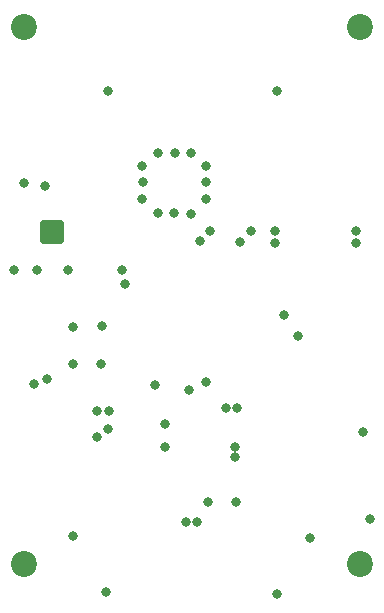
<source format=gbr>
%TF.GenerationSoftware,KiCad,Pcbnew,6.0.10-86aedd382b~118~ubuntu22.04.1*%
%TF.CreationDate,2023-02-07T20:32:30+01:00*%
%TF.ProjectId,mainBoard,6d61696e-426f-4617-9264-2e6b69636164,rev?*%
%TF.SameCoordinates,Original*%
%TF.FileFunction,Soldermask,Bot*%
%TF.FilePolarity,Negative*%
%FSLAX46Y46*%
G04 Gerber Fmt 4.6, Leading zero omitted, Abs format (unit mm)*
G04 Created by KiCad (PCBNEW 6.0.10-86aedd382b~118~ubuntu22.04.1) date 2023-02-07 20:32:30*
%MOMM*%
%LPD*%
G01*
G04 APERTURE LIST*
G04 Aperture macros list*
%AMRoundRect*
0 Rectangle with rounded corners*
0 $1 Rounding radius*
0 $2 $3 $4 $5 $6 $7 $8 $9 X,Y pos of 4 corners*
0 Add a 4 corners polygon primitive as box body*
4,1,4,$2,$3,$4,$5,$6,$7,$8,$9,$2,$3,0*
0 Add four circle primitives for the rounded corners*
1,1,$1+$1,$2,$3*
1,1,$1+$1,$4,$5*
1,1,$1+$1,$6,$7*
1,1,$1+$1,$8,$9*
0 Add four rect primitives between the rounded corners*
20,1,$1+$1,$2,$3,$4,$5,0*
20,1,$1+$1,$4,$5,$6,$7,0*
20,1,$1+$1,$6,$7,$8,$9,0*
20,1,$1+$1,$8,$9,$2,$3,0*%
G04 Aperture macros list end*
%ADD10RoundRect,0.250000X-0.750000X-0.750000X0.750000X-0.750000X0.750000X0.750000X-0.750000X0.750000X0*%
%ADD11C,2.200000*%
%ADD12C,0.800000*%
G04 APERTURE END LIST*
D10*
%TO.C,J1*%
X85648800Y-69392800D03*
%TD*%
D11*
%TO.C,H2*%
X83312000Y-97536000D03*
%TD*%
%TO.C,H1*%
X83312000Y-52070000D03*
%TD*%
%TO.C,H4*%
X111760000Y-97536000D03*
%TD*%
%TO.C,H3*%
X111760000Y-52070000D03*
%TD*%
D12*
X94386400Y-82397600D03*
X97261500Y-82788850D03*
X101142800Y-88493600D03*
X93319600Y-66598800D03*
X90220800Y-99872800D03*
X87477600Y-95148400D03*
X101193600Y-87579200D03*
X112034800Y-86330000D03*
X93319600Y-63804800D03*
X98755200Y-82143600D03*
X97942400Y-93929200D03*
X84124800Y-82245200D03*
X97028000Y-93929200D03*
X97434400Y-62687200D03*
X90424000Y-57454800D03*
X104749600Y-100025200D03*
X98755200Y-63804800D03*
X101346000Y-84277200D03*
X85125600Y-65481200D03*
X91846400Y-73812400D03*
X96012000Y-67818000D03*
X98755200Y-66598800D03*
X85242400Y-81889600D03*
X100431600Y-84328000D03*
X94640400Y-62687200D03*
X96062800Y-62687200D03*
X107492800Y-95351600D03*
X94640400Y-67818000D03*
X97434400Y-67868800D03*
X112623600Y-93700700D03*
X93370400Y-65176400D03*
X104698800Y-57454800D03*
X98755200Y-65176400D03*
X83347600Y-65227200D03*
X105308400Y-76454000D03*
X84429600Y-72593200D03*
X106496730Y-78201130D03*
X87071200Y-72593200D03*
X82448400Y-72593200D03*
X91643200Y-72644000D03*
X87426800Y-77419200D03*
X89916000Y-77368400D03*
X95208873Y-85645973D03*
X95208873Y-87582027D03*
X98856800Y-92252800D03*
X101230300Y-92252800D03*
X104546400Y-70307200D03*
X111404400Y-70307200D03*
X101600000Y-70256400D03*
X98247200Y-70205600D03*
X99060000Y-69291200D03*
X104546400Y-69291200D03*
X102514400Y-69291200D03*
X111404400Y-69291200D03*
X90424000Y-86044700D03*
X90474800Y-84545700D03*
X89475438Y-84528921D03*
X89458800Y-86794200D03*
X89865200Y-80619600D03*
X87477600Y-80619600D03*
M02*

</source>
